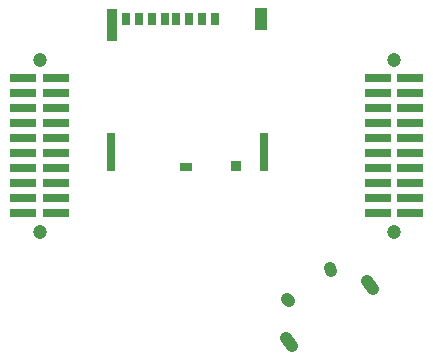
<source format=gbs>
G04 #@! TF.GenerationSoftware,KiCad,Pcbnew,no-vcs-found-d3b382c~59~ubuntu16.04.1*
G04 #@! TF.CreationDate,2017-07-29T16:39:47+01:00*
G04 #@! TF.ProjectId,m3imu,6D33696D752E6B696361645F70636200,1.0*
G04 #@! TF.SameCoordinates,Original
G04 #@! TF.FileFunction,Soldermask,Bot*
G04 #@! TF.FilePolarity,Negative*
%FSLAX46Y46*%
G04 Gerber Fmt 4.6, Leading zero omitted, Abs format (unit mm)*
G04 Created by KiCad (PCBNEW no-vcs-found-d3b382c~59~ubuntu16.04.1) date Sat Jul 29 16:39:47 2017*
%MOMM*%
%LPD*%
G01*
G04 APERTURE LIST*
%ADD10R,0.700000X1.100000*%
%ADD11R,1.140000X1.830000*%
%ADD12R,0.860000X2.800000*%
%ADD13R,0.700000X3.330000*%
%ADD14R,0.900000X0.930000*%
%ADD15R,1.050000X0.780000*%
%ADD16C,1.000000*%
%ADD17C,1.000000*%
%ADD18R,2.220000X0.740000*%
%ADD19C,1.200000*%
G04 APERTURE END LIST*
D10*
X99880000Y-89270000D03*
X98780000Y-89270000D03*
X97680000Y-89270000D03*
X96580000Y-89270000D03*
X95580000Y-89270000D03*
X94480000Y-89270000D03*
X93380000Y-89270000D03*
X92280000Y-89270000D03*
D11*
X103760000Y-89285000D03*
D12*
X91100000Y-89770000D03*
D13*
X91020000Y-100535000D03*
X103980000Y-100535000D03*
D14*
X101670000Y-101735000D03*
D15*
X97405000Y-101810000D03*
D16*
X109638484Y-110470884D03*
D17*
X109566163Y-110368930D02*
X109710805Y-110572838D01*
D16*
X106008917Y-113045518D03*
D17*
X105936596Y-112943564D02*
X106081238Y-113147472D01*
D16*
X112964677Y-111789572D03*
D17*
X112704321Y-111422537D02*
X113225033Y-112156607D01*
D16*
X106154141Y-116620628D03*
D17*
X105893785Y-116253593D02*
X106414497Y-116987663D01*
D18*
X113635000Y-94285000D03*
X116365000Y-94285000D03*
X113635000Y-95555000D03*
X116365000Y-95555000D03*
X113635000Y-96825000D03*
X116365000Y-96825000D03*
X113635000Y-98095000D03*
X116365000Y-98095000D03*
X113635000Y-99365000D03*
X116365000Y-99365000D03*
X113635000Y-100635000D03*
X116365000Y-100635000D03*
X113635000Y-101905000D03*
X116365000Y-101905000D03*
X113635000Y-103175000D03*
X116365000Y-103175000D03*
X113635000Y-104445000D03*
X116365000Y-104445000D03*
X113635000Y-105715000D03*
X116365000Y-105715000D03*
D19*
X115000000Y-107305000D03*
X115000000Y-92695000D03*
D18*
X83635000Y-94285000D03*
X86365000Y-94285000D03*
X83635000Y-95555000D03*
X86365000Y-95555000D03*
X83635000Y-96825000D03*
X86365000Y-96825000D03*
X83635000Y-98095000D03*
X86365000Y-98095000D03*
X83635000Y-99365000D03*
X86365000Y-99365000D03*
X83635000Y-100635000D03*
X86365000Y-100635000D03*
X83635000Y-101905000D03*
X86365000Y-101905000D03*
X83635000Y-103175000D03*
X86365000Y-103175000D03*
X83635000Y-104445000D03*
X86365000Y-104445000D03*
X83635000Y-105715000D03*
X86365000Y-105715000D03*
D19*
X85000000Y-107305000D03*
X85000000Y-92695000D03*
M02*

</source>
